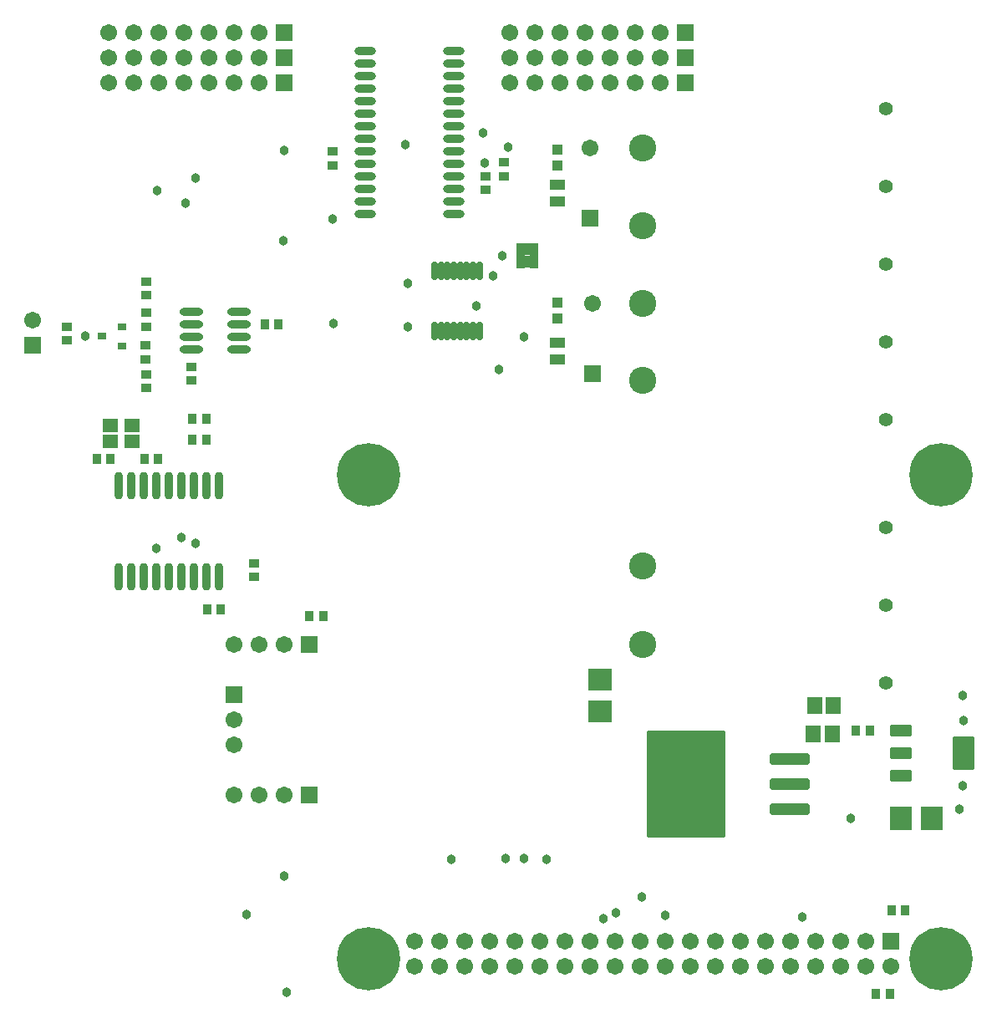
<source format=gts>
G04*
G04 #@! TF.GenerationSoftware,Altium Limited,Altium Designer,20.2.8 (258)*
G04*
G04 Layer_Color=8388736*
%FSLAX24Y24*%
%MOIN*%
G70*
G04*
G04 #@! TF.SameCoordinates,2D8D9C66-5576-4C64-8BDA-EEC9A906AE53*
G04*
G04*
G04 #@! TF.FilePolarity,Negative*
G04*
G01*
G75*
%ADD36R,0.0356X0.0434*%
%ADD37R,0.0946X0.0867*%
%ADD38R,0.0592X0.0415*%
%ADD39R,0.0395X0.0395*%
%ADD40R,0.0434X0.0356*%
%ADD41R,0.0631X0.0671*%
%ADD42R,0.0356X0.0316*%
%ADD43R,0.0340X0.0260*%
G04:AMPARAMS|DCode=44|XSize=25.7mil|YSize=71mil|CornerRadius=5.9mil|HoleSize=0mil|Usage=FLASHONLY|Rotation=0.000|XOffset=0mil|YOffset=0mil|HoleType=Round|Shape=RoundedRectangle|*
%AMROUNDEDRECTD44*
21,1,0.0257,0.0591,0,0,0.0*
21,1,0.0138,0.0710,0,0,0.0*
1,1,0.0119,0.0069,-0.0295*
1,1,0.0119,-0.0069,-0.0295*
1,1,0.0119,-0.0069,0.0295*
1,1,0.0119,0.0069,0.0295*
%
%ADD44ROUNDEDRECTD44*%
%ADD45O,0.0356X0.1104*%
%ADD46O,0.0946X0.0316*%
%ADD47O,0.0867X0.0316*%
%ADD48R,0.0631X0.0552*%
%ADD49R,0.0867X0.0946*%
G04:AMPARAMS|DCode=50|XSize=136mil|YSize=88.7mil|CornerRadius=6mil|HoleSize=0mil|Usage=FLASHONLY|Rotation=90.000|XOffset=0mil|YOffset=0mil|HoleType=Round|Shape=RoundedRectangle|*
%AMROUNDEDRECTD50*
21,1,0.1360,0.0767,0,0,90.0*
21,1,0.1239,0.0887,0,0,90.0*
1,1,0.0120,0.0383,0.0620*
1,1,0.0120,0.0383,-0.0620*
1,1,0.0120,-0.0383,-0.0620*
1,1,0.0120,-0.0383,0.0620*
%
%ADD50ROUNDEDRECTD50*%
G04:AMPARAMS|DCode=51|XSize=47.4mil|YSize=88.7mil|CornerRadius=6mil|HoleSize=0mil|Usage=FLASHONLY|Rotation=90.000|XOffset=0mil|YOffset=0mil|HoleType=Round|Shape=RoundedRectangle|*
%AMROUNDEDRECTD51*
21,1,0.0474,0.0768,0,0,90.0*
21,1,0.0354,0.0887,0,0,90.0*
1,1,0.0119,0.0384,0.0177*
1,1,0.0119,0.0384,-0.0177*
1,1,0.0119,-0.0384,-0.0177*
1,1,0.0119,-0.0384,0.0177*
%
%ADD51ROUNDEDRECTD51*%
G04:AMPARAMS|DCode=52|XSize=429.3mil|YSize=311.2mil|CornerRadius=5.5mil|HoleSize=0mil|Usage=FLASHONLY|Rotation=270.000|XOffset=0mil|YOffset=0mil|HoleType=Round|Shape=RoundedRectangle|*
%AMROUNDEDRECTD52*
21,1,0.4293,0.3001,0,0,270.0*
21,1,0.4182,0.3112,0,0,270.0*
1,1,0.0110,-0.1501,-0.2091*
1,1,0.0110,-0.1501,0.2091*
1,1,0.0110,0.1501,0.2091*
1,1,0.0110,0.1501,-0.2091*
%
%ADD52ROUNDEDRECTD52*%
G04:AMPARAMS|DCode=53|XSize=45.4mil|YSize=159.6mil|CornerRadius=6.1mil|HoleSize=0mil|Usage=FLASHONLY|Rotation=270.000|XOffset=0mil|YOffset=0mil|HoleType=Round|Shape=RoundedRectangle|*
%AMROUNDEDRECTD53*
21,1,0.0454,0.1475,0,0,270.0*
21,1,0.0333,0.1596,0,0,270.0*
1,1,0.0121,-0.0737,-0.0166*
1,1,0.0121,-0.0737,0.0166*
1,1,0.0121,0.0737,0.0166*
1,1,0.0121,0.0737,-0.0166*
%
%ADD53ROUNDEDRECTD53*%
%ADD54R,0.0520X0.0510*%
%ADD55C,0.1080*%
%ADD56C,0.0550*%
%ADD57C,0.0671*%
%ADD58R,0.0671X0.0671*%
%ADD59R,0.0671X0.0671*%
%ADD60C,0.2521*%
%ADD61C,0.0380*%
D36*
X33854Y11070D02*
D03*
X34406D02*
D03*
X4126Y21900D02*
D03*
X3574D02*
D03*
X6026D02*
D03*
X5474D02*
D03*
X10826Y27250D02*
D03*
X10274D02*
D03*
X35826Y3900D02*
D03*
X35274D02*
D03*
X34664Y550D02*
D03*
X35216D02*
D03*
X12616Y15620D02*
D03*
X12064D02*
D03*
X8526Y15900D02*
D03*
X7974D02*
D03*
X7399Y23500D02*
D03*
X7950D02*
D03*
Y22650D02*
D03*
X7399D02*
D03*
D37*
X23660Y13090D02*
D03*
Y11830D02*
D03*
D38*
X21950Y32835D02*
D03*
Y32165D02*
D03*
Y26535D02*
D03*
Y25865D02*
D03*
D39*
Y33585D02*
D03*
Y34215D02*
D03*
Y27485D02*
D03*
Y28115D02*
D03*
D40*
X5550Y28976D02*
D03*
Y28424D02*
D03*
X5540Y25266D02*
D03*
Y24714D02*
D03*
X9850Y17736D02*
D03*
Y17184D02*
D03*
X13000Y33604D02*
D03*
Y34156D02*
D03*
X7350Y25024D02*
D03*
Y25576D02*
D03*
X5530Y26416D02*
D03*
Y25864D02*
D03*
X5550Y27726D02*
D03*
Y27174D02*
D03*
X2380Y26614D02*
D03*
Y27166D02*
D03*
X19820Y33164D02*
D03*
Y33716D02*
D03*
X19080Y33176D02*
D03*
Y32624D02*
D03*
D41*
X32156Y10930D02*
D03*
X32904D02*
D03*
X32216Y12070D02*
D03*
X32964D02*
D03*
D42*
X4584Y27154D02*
D03*
Y26406D02*
D03*
X3796Y26780D02*
D03*
D43*
X20480Y29625D02*
D03*
Y30125D02*
D03*
Y30375D02*
D03*
Y29875D02*
D03*
X21020Y30375D02*
D03*
Y30125D02*
D03*
Y29875D02*
D03*
Y29625D02*
D03*
D44*
X18846Y29401D02*
D03*
X18590D02*
D03*
X18334D02*
D03*
X18078D02*
D03*
X17822D02*
D03*
X17566D02*
D03*
X17310D02*
D03*
X17054D02*
D03*
X18846Y26999D02*
D03*
X18590D02*
D03*
X18334D02*
D03*
X18078D02*
D03*
X17822D02*
D03*
X17566D02*
D03*
X17310D02*
D03*
X17054D02*
D03*
D45*
X4450Y17189D02*
D03*
X4950D02*
D03*
X5450D02*
D03*
X5950D02*
D03*
X6450D02*
D03*
X6950D02*
D03*
X7450D02*
D03*
X7950D02*
D03*
X8450D02*
D03*
X4450Y20811D02*
D03*
X4950D02*
D03*
X5450D02*
D03*
X5950D02*
D03*
X6450D02*
D03*
X6950D02*
D03*
X7450D02*
D03*
X7950D02*
D03*
X8450D02*
D03*
D46*
X7355Y27750D02*
D03*
Y27250D02*
D03*
Y26750D02*
D03*
Y26250D02*
D03*
X9245Y27750D02*
D03*
Y27250D02*
D03*
Y26750D02*
D03*
Y26250D02*
D03*
D47*
X17822Y31650D02*
D03*
Y32150D02*
D03*
Y32650D02*
D03*
Y33150D02*
D03*
Y33650D02*
D03*
Y34150D02*
D03*
Y34650D02*
D03*
Y35150D02*
D03*
Y35650D02*
D03*
Y36150D02*
D03*
Y36650D02*
D03*
Y37150D02*
D03*
Y37650D02*
D03*
Y38150D02*
D03*
X14278Y31650D02*
D03*
Y32150D02*
D03*
Y32650D02*
D03*
Y33150D02*
D03*
Y33650D02*
D03*
Y34150D02*
D03*
Y34650D02*
D03*
Y35150D02*
D03*
Y35650D02*
D03*
Y36150D02*
D03*
Y36650D02*
D03*
Y37150D02*
D03*
Y37650D02*
D03*
Y38150D02*
D03*
D48*
X4117Y22585D02*
D03*
X4983D02*
D03*
Y23215D02*
D03*
X4117D02*
D03*
D49*
X36900Y7550D02*
D03*
X35640D02*
D03*
D50*
X38140Y10170D02*
D03*
D51*
X35640Y9264D02*
D03*
Y10170D02*
D03*
Y11076D02*
D03*
D52*
X27097Y8920D02*
D03*
D53*
X31231Y9920D02*
D03*
Y8920D02*
D03*
Y7920D02*
D03*
D54*
X20930Y29750D02*
D03*
Y30250D02*
D03*
D55*
X25350Y34300D02*
D03*
Y31200D02*
D03*
Y28100D02*
D03*
X25360Y25020D02*
D03*
X25350Y14500D02*
D03*
X25340Y17620D02*
D03*
D56*
X35050Y35850D02*
D03*
Y32750D02*
D03*
D03*
Y29650D02*
D03*
D03*
Y26550D02*
D03*
X35060Y26570D02*
D03*
Y23470D02*
D03*
X35050Y16050D02*
D03*
Y12950D02*
D03*
X35040Y19170D02*
D03*
Y16070D02*
D03*
D57*
X9050Y14500D02*
D03*
X10050D02*
D03*
X11050D02*
D03*
X10050Y36900D02*
D03*
X9050D02*
D03*
X8050D02*
D03*
X4050D02*
D03*
X5050D02*
D03*
X6050D02*
D03*
X7050D02*
D03*
X26050D02*
D03*
X25050D02*
D03*
X24050D02*
D03*
X23050D02*
D03*
X22050D02*
D03*
X21050D02*
D03*
X20050D02*
D03*
X10050Y37900D02*
D03*
X9050D02*
D03*
X8050D02*
D03*
X7050D02*
D03*
X6050D02*
D03*
X5050D02*
D03*
X4050D02*
D03*
X26050D02*
D03*
X25050D02*
D03*
X24050D02*
D03*
X23050D02*
D03*
X22050D02*
D03*
X21050D02*
D03*
X20050D02*
D03*
X10050Y38900D02*
D03*
X9050D02*
D03*
X8050D02*
D03*
X7050D02*
D03*
X6050D02*
D03*
X5050D02*
D03*
X4050D02*
D03*
X23250Y34298D02*
D03*
X23350Y28098D02*
D03*
X26050Y38900D02*
D03*
X25050D02*
D03*
X24050D02*
D03*
X23050D02*
D03*
X22050D02*
D03*
X21050D02*
D03*
X20050D02*
D03*
X9050Y8500D02*
D03*
X10050D02*
D03*
X11050D02*
D03*
X9050Y11500D02*
D03*
Y10500D02*
D03*
X16250Y1650D02*
D03*
Y2650D02*
D03*
X17250Y1650D02*
D03*
Y2650D02*
D03*
X18250Y1650D02*
D03*
Y2650D02*
D03*
X19250Y1650D02*
D03*
Y2650D02*
D03*
X20250Y1650D02*
D03*
Y2650D02*
D03*
X21250Y1650D02*
D03*
Y2650D02*
D03*
X22250Y1650D02*
D03*
Y2650D02*
D03*
X23250Y1650D02*
D03*
Y2650D02*
D03*
X24250Y1650D02*
D03*
Y2650D02*
D03*
X25250Y1650D02*
D03*
Y2650D02*
D03*
X26250Y1650D02*
D03*
Y2650D02*
D03*
X27250Y1650D02*
D03*
Y2650D02*
D03*
X28250Y1650D02*
D03*
Y2650D02*
D03*
X29250Y1650D02*
D03*
Y2650D02*
D03*
X30250Y1650D02*
D03*
Y2650D02*
D03*
X31250Y1650D02*
D03*
Y2650D02*
D03*
X32250Y1650D02*
D03*
Y2650D02*
D03*
X33250Y1650D02*
D03*
Y2650D02*
D03*
X34250Y1650D02*
D03*
Y2650D02*
D03*
X35250Y1650D02*
D03*
X1010Y27430D02*
D03*
D58*
X12050Y14500D02*
D03*
X11050Y36900D02*
D03*
X27050D02*
D03*
X11050Y37900D02*
D03*
X27050D02*
D03*
X11050Y38900D02*
D03*
X27050D02*
D03*
X12050Y8500D02*
D03*
X35250Y2650D02*
D03*
D59*
X23250Y31502D02*
D03*
X23350Y25302D02*
D03*
X9050Y12500D02*
D03*
X1010Y26430D02*
D03*
D60*
X37241Y1961D02*
D03*
X14407D02*
D03*
Y21252D02*
D03*
X37241D02*
D03*
D61*
X20000Y34330D02*
D03*
X7530Y18520D02*
D03*
Y33080D02*
D03*
X5950Y18340D02*
D03*
X5990Y32600D02*
D03*
X7120Y32110D02*
D03*
X6950Y18750D02*
D03*
X23770Y3550D02*
D03*
X13000Y31450D02*
D03*
X9560Y3730D02*
D03*
X11140Y620D02*
D03*
X18730Y27990D02*
D03*
X20630Y26770D02*
D03*
X19630Y25460D02*
D03*
X13030Y27280D02*
D03*
X16000Y28900D02*
D03*
X15980Y27150D02*
D03*
X24290Y3800D02*
D03*
X26260Y3680D02*
D03*
X25310Y4440D02*
D03*
X17730Y5940D02*
D03*
X19890Y5960D02*
D03*
X21520Y5940D02*
D03*
X20630Y5960D02*
D03*
X33640Y7550D02*
D03*
X11050Y5260D02*
D03*
X18980Y34900D02*
D03*
X11050Y34210D02*
D03*
X11030Y30600D02*
D03*
X31710Y3620D02*
D03*
X19390Y29205D02*
D03*
X19760Y30000D02*
D03*
X19040Y33700D02*
D03*
X15900Y34440D02*
D03*
X37970Y7920D02*
D03*
X38130Y8860D02*
D03*
X38120Y12470D02*
D03*
X38140Y11470D02*
D03*
X3130Y26780D02*
D03*
M02*

</source>
